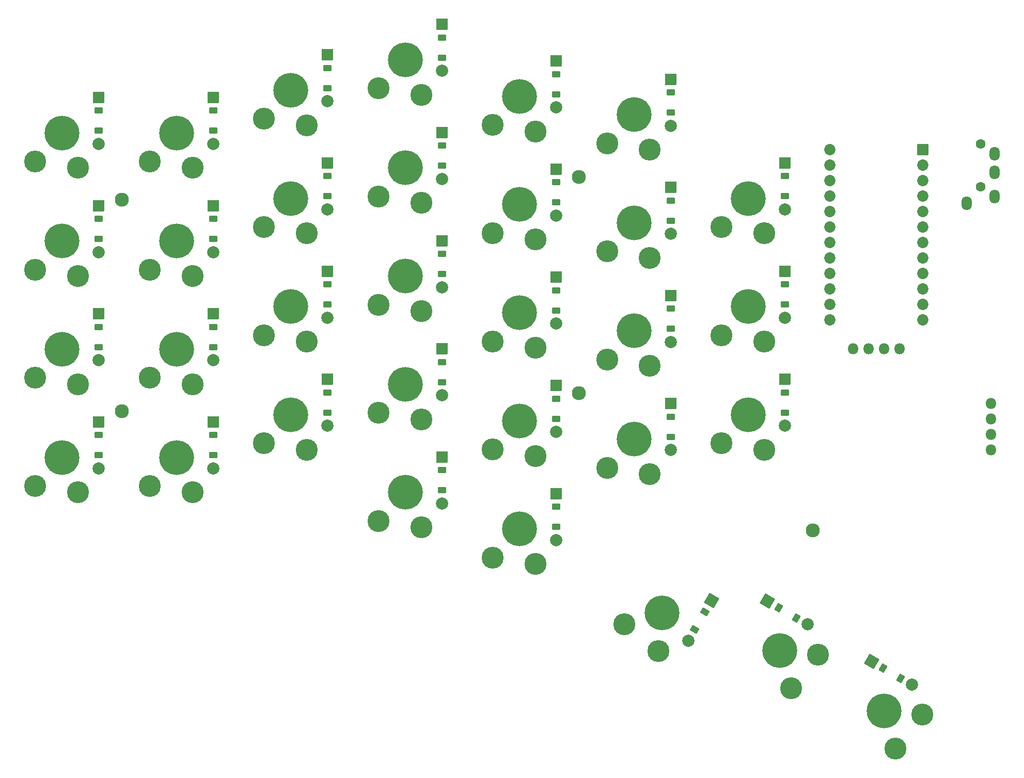
<source format=gbr>
%TF.GenerationSoftware,KiCad,Pcbnew,9.0.7*%
%TF.CreationDate,2026-01-28T22:46:33+01:00*%
%TF.ProjectId,board_left_finished,626f6172-645f-46c6-9566-745f66696e69,v1.0.0*%
%TF.SameCoordinates,Original*%
%TF.FileFunction,Soldermask,Top*%
%TF.FilePolarity,Negative*%
%FSLAX46Y46*%
G04 Gerber Fmt 4.6, Leading zero omitted, Abs format (unit mm)*
G04 Created by KiCad (PCBNEW 9.0.7) date 2026-01-28 22:46:33*
%MOMM*%
%LPD*%
G01*
G04 APERTURE LIST*
G04 Aperture macros list*
%AMRoundRect*
0 Rectangle with rounded corners*
0 $1 Rounding radius*
0 $2 $3 $4 $5 $6 $7 $8 $9 X,Y pos of 4 corners*
0 Add a 4 corners polygon primitive as box body*
4,1,4,$2,$3,$4,$5,$6,$7,$8,$9,$2,$3,0*
0 Add four circle primitives for the rounded corners*
1,1,$1+$1,$2,$3*
1,1,$1+$1,$4,$5*
1,1,$1+$1,$6,$7*
1,1,$1+$1,$8,$9*
0 Add four rect primitives between the rounded corners*
20,1,$1+$1,$2,$3,$4,$5,0*
20,1,$1+$1,$4,$5,$6,$7,0*
20,1,$1+$1,$6,$7,$8,$9,0*
20,1,$1+$1,$8,$9,$2,$3,0*%
G04 Aperture macros list end*
%ADD10RoundRect,0.050000X-0.889000X0.889000X-0.889000X-0.889000X0.889000X-0.889000X0.889000X0.889000X0*%
%ADD11RoundRect,0.050000X-0.600000X0.450000X-0.600000X-0.450000X0.600000X-0.450000X0.600000X0.450000X0*%
%ADD12C,2.005000*%
%ADD13O,1.800000X1.800000*%
%ADD14RoundRect,0.050000X-1.214397X-0.325397X0.325397X-1.214397X1.214397X0.325397X-0.325397X1.214397X0*%
%ADD15RoundRect,0.050000X-0.689711X-0.294615X0.089711X-0.744615X0.689711X0.294615X-0.089711X0.744615X0*%
%ADD16C,2.300000*%
%ADD17RoundRect,0.050000X-0.325397X1.214397X-1.214397X-0.325397X0.325397X-1.214397X1.214397X0.325397X0*%
%ADD18RoundRect,0.050000X-0.294615X0.689711X-0.744615X-0.089711X0.294615X-0.689711X0.744615X0.089711X0*%
%ADD19RoundRect,0.050000X-0.876300X0.876300X-0.876300X-0.876300X0.876300X-0.876300X0.876300X0.876300X0*%
%ADD20C,1.852600*%
%ADD21C,1.600000*%
%ADD22O,1.700000X2.300000*%
%ADD23C,5.700000*%
%ADD24C,3.600000*%
G04 APERTURE END LIST*
D10*
%TO.C,D1*%
X106000000Y-126440000D03*
D11*
X106000000Y-128600000D03*
X106000000Y-131900000D03*
D12*
X106000000Y-134060000D03*
%TD*%
D10*
%TO.C,D10*%
X143500000Y-101690000D03*
D11*
X143500000Y-103850000D03*
X143500000Y-107150000D03*
D12*
X143500000Y-109310000D03*
%TD*%
D13*
%TO.C,I2COut*%
X252300000Y-123440000D03*
X252300000Y-125980000D03*
X252300000Y-128520000D03*
X252300000Y-131060000D03*
%TD*%
D10*
%TO.C,D8*%
X124750000Y-73190000D03*
D11*
X124750000Y-75350000D03*
X124750000Y-78650000D03*
D12*
X124750000Y-80810000D03*
%TD*%
D10*
%TO.C,D2*%
X106000000Y-108690000D03*
D11*
X106000000Y-110850000D03*
X106000000Y-114150000D03*
D12*
X106000000Y-116310000D03*
%TD*%
D10*
%TO.C,D18*%
X181000000Y-138190000D03*
D11*
X181000000Y-140350000D03*
X181000000Y-143650000D03*
D12*
X181000000Y-145810000D03*
%TD*%
D14*
%TO.C,D32*%
X232736043Y-165768200D03*
D15*
X234606658Y-166848200D03*
X237464542Y-168498200D03*
D12*
X239335157Y-169578200D03*
%TD*%
D16*
%TO.C,MH2*%
X109750000Y-124700000D03*
%TD*%
D10*
%TO.C,D7*%
X124750000Y-90940000D03*
D11*
X124750000Y-93100000D03*
X124750000Y-96400000D03*
D12*
X124750000Y-98560000D03*
%TD*%
D16*
%TO.C,MH3*%
X184750000Y-121700000D03*
%TD*%
D10*
%TO.C,D28*%
X218500000Y-101690000D03*
D11*
X218500000Y-103850000D03*
X218500000Y-107150000D03*
D12*
X218500000Y-109310000D03*
%TD*%
D13*
%TO.C,DISP1*%
X229645000Y-114450000D03*
X232185000Y-114450000D03*
X234725000Y-114450000D03*
X237265000Y-114450000D03*
%TD*%
D16*
%TO.C,MH4*%
X184750000Y-86200000D03*
%TD*%
D10*
%TO.C,D13*%
X162250000Y-132190000D03*
D11*
X162250000Y-134350000D03*
X162250000Y-137650000D03*
D12*
X162250000Y-139810000D03*
%TD*%
D17*
%TO.C,D30*%
X206449200Y-155718343D03*
D18*
X205369200Y-157588958D03*
X203719200Y-160446842D03*
D12*
X202639200Y-162317457D03*
%TD*%
D19*
%TO.C,MCU1*%
X241075000Y-81780000D03*
D20*
X241075000Y-84320000D03*
X241075000Y-86860000D03*
X241075000Y-89400000D03*
X241075000Y-91940000D03*
X241075000Y-94480000D03*
X241075000Y-97020000D03*
X241075000Y-99560000D03*
X241075000Y-102100000D03*
X241075000Y-104640000D03*
X241075000Y-107180000D03*
X241075000Y-109720000D03*
X225835000Y-81780000D03*
X225835000Y-84320000D03*
X225835000Y-86860000D03*
X225835000Y-89400000D03*
X225835000Y-91940000D03*
X225835000Y-94480000D03*
X225835000Y-97020000D03*
X225835000Y-99560000D03*
X225835000Y-102100000D03*
X225835000Y-104640000D03*
X225835000Y-107180000D03*
X225835000Y-109720000D03*
%TD*%
D16*
%TO.C,MH1*%
X109750000Y-89950000D03*
%TD*%
D10*
%TO.C,D17*%
X162250000Y-61190000D03*
D11*
X162250000Y-63350000D03*
X162250000Y-66650000D03*
D12*
X162250000Y-68810000D03*
%TD*%
D10*
%TO.C,D22*%
X181000000Y-67190000D03*
D11*
X181000000Y-69350000D03*
X181000000Y-72650000D03*
D12*
X181000000Y-74810000D03*
%TD*%
D10*
%TO.C,D27*%
X218500000Y-119440000D03*
D11*
X218500000Y-121600000D03*
X218500000Y-124900000D03*
D12*
X218500000Y-127060000D03*
%TD*%
D10*
%TO.C,D5*%
X124750000Y-126440000D03*
D11*
X124750000Y-128600000D03*
X124750000Y-131900000D03*
D12*
X124750000Y-134060000D03*
%TD*%
D10*
%TO.C,D3*%
X106000000Y-90940000D03*
D11*
X106000000Y-93100000D03*
X106000000Y-96400000D03*
D12*
X106000000Y-98560000D03*
%TD*%
D16*
%TO.C,MH5*%
X223103700Y-144272100D03*
%TD*%
D10*
%TO.C,D15*%
X162250000Y-96690000D03*
D11*
X162250000Y-98850000D03*
X162250000Y-102150000D03*
D12*
X162250000Y-104310000D03*
%TD*%
D21*
%TO.C,TRRS1*%
X250600000Y-80850000D03*
X250600000Y-87850000D03*
D22*
X252900000Y-82450000D03*
X252900000Y-85450000D03*
X252900000Y-89450000D03*
X248300000Y-90550000D03*
%TD*%
D10*
%TO.C,D20*%
X181000000Y-102690000D03*
D11*
X181000000Y-104850000D03*
X181000000Y-108150000D03*
D12*
X181000000Y-110310000D03*
%TD*%
D10*
%TO.C,D16*%
X162250000Y-78940000D03*
D11*
X162250000Y-81100000D03*
X162250000Y-84400000D03*
D12*
X162250000Y-86560000D03*
%TD*%
D10*
%TO.C,D9*%
X143500000Y-119440000D03*
D11*
X143500000Y-121600000D03*
X143500000Y-124900000D03*
D12*
X143500000Y-127060000D03*
%TD*%
D10*
%TO.C,D4*%
X106000000Y-73190000D03*
D11*
X106000000Y-75350000D03*
X106000000Y-78650000D03*
D12*
X106000000Y-80810000D03*
%TD*%
D10*
%TO.C,D19*%
X181000000Y-120440000D03*
D11*
X181000000Y-122600000D03*
X181000000Y-125900000D03*
D12*
X181000000Y-128060000D03*
%TD*%
D10*
%TO.C,D11*%
X143500000Y-83940000D03*
D11*
X143500000Y-86100000D03*
X143500000Y-89400000D03*
D12*
X143500000Y-91560000D03*
%TD*%
D10*
%TO.C,D21*%
X181000000Y-84940000D03*
D11*
X181000000Y-87100000D03*
X181000000Y-90400000D03*
D12*
X181000000Y-92560000D03*
%TD*%
D10*
%TO.C,D29*%
X218500000Y-83940000D03*
D11*
X218500000Y-86100000D03*
X218500000Y-89400000D03*
D12*
X218500000Y-91560000D03*
%TD*%
D10*
%TO.C,D24*%
X199750000Y-105690000D03*
D11*
X199750000Y-107850000D03*
X199750000Y-111150000D03*
D12*
X199750000Y-113310000D03*
%TD*%
D10*
%TO.C,D6*%
X124750000Y-108690000D03*
D11*
X124750000Y-110850000D03*
X124750000Y-114150000D03*
D12*
X124750000Y-116310000D03*
%TD*%
D10*
%TO.C,D26*%
X199750000Y-70190000D03*
D11*
X199750000Y-72350000D03*
X199750000Y-75650000D03*
D12*
X199750000Y-77810000D03*
%TD*%
D10*
%TO.C,D23*%
X199750000Y-123440000D03*
D11*
X199750000Y-125600000D03*
X199750000Y-128900000D03*
D12*
X199750000Y-131060000D03*
%TD*%
D10*
%TO.C,D25*%
X199750000Y-87940000D03*
D11*
X199750000Y-90100000D03*
X199750000Y-93400000D03*
D12*
X199750000Y-95560000D03*
%TD*%
D10*
%TO.C,D12*%
X143500000Y-66190000D03*
D11*
X143500000Y-68350000D03*
X143500000Y-71650000D03*
D12*
X143500000Y-73810000D03*
%TD*%
D14*
%TO.C,D31*%
X215588743Y-155868200D03*
D15*
X217459358Y-156948200D03*
X220317242Y-158598200D03*
D12*
X222187857Y-159678200D03*
%TD*%
D10*
%TO.C,D14*%
X162250000Y-114440000D03*
D11*
X162250000Y-116600000D03*
X162250000Y-119900000D03*
D12*
X162250000Y-122060000D03*
%TD*%
D23*
%TO.C,S29*%
X212500000Y-89750000D03*
D24*
X208100000Y-94450000D03*
X215100000Y-95500000D03*
%TD*%
D23*
%TO.C,S18*%
X175000000Y-144000000D03*
D24*
X170600000Y-148700000D03*
X177600000Y-149750000D03*
%TD*%
D23*
%TO.C,S31*%
X217620400Y-163969400D03*
D24*
X219490719Y-170129912D03*
X223900046Y-164592734D03*
%TD*%
D23*
%TO.C,S4*%
X100000000Y-79000000D03*
D24*
X95600000Y-83700000D03*
X102600000Y-84750000D03*
%TD*%
D23*
%TO.C,S9*%
X137500000Y-125250000D03*
D24*
X133100000Y-129950000D03*
X140100000Y-131000000D03*
%TD*%
D23*
%TO.C,S22*%
X175000000Y-73000000D03*
D24*
X170600000Y-77700000D03*
X177600000Y-78750000D03*
%TD*%
D23*
%TO.C,S10*%
X137500000Y-107500000D03*
D24*
X133100000Y-112200000D03*
X140100000Y-113250000D03*
%TD*%
D23*
%TO.C,S24*%
X193750000Y-111500000D03*
D24*
X189350000Y-116200000D03*
X196350000Y-117250000D03*
%TD*%
D23*
%TO.C,S20*%
X175000000Y-108500000D03*
D24*
X170600000Y-113200000D03*
X177600000Y-114250000D03*
%TD*%
D23*
%TO.C,S7*%
X118750000Y-96750000D03*
D24*
X114350000Y-101450000D03*
X121350000Y-102500000D03*
%TD*%
D23*
%TO.C,S8*%
X118750000Y-79000000D03*
D24*
X114350000Y-83700000D03*
X121350000Y-84750000D03*
%TD*%
D23*
%TO.C,S25*%
X193750000Y-93750000D03*
D24*
X189350000Y-98450000D03*
X196350000Y-99500000D03*
%TD*%
D23*
%TO.C,S26*%
X193750000Y-76000000D03*
D24*
X189350000Y-80700000D03*
X196350000Y-81750000D03*
%TD*%
D23*
%TO.C,S15*%
X156250000Y-102500000D03*
D24*
X151850000Y-107200000D03*
X158850000Y-108250000D03*
%TD*%
D23*
%TO.C,S12*%
X137500000Y-72000000D03*
D24*
X133100000Y-76700000D03*
X140100000Y-77750000D03*
%TD*%
D23*
%TO.C,S21*%
X175000000Y-90750000D03*
D24*
X170600000Y-95450000D03*
X177600000Y-96500000D03*
%TD*%
D23*
%TO.C,S28*%
X212500000Y-107500000D03*
D24*
X208100000Y-112200000D03*
X215100000Y-113250000D03*
%TD*%
D23*
%TO.C,S17*%
X156250000Y-67000000D03*
D24*
X151850000Y-71700000D03*
X158850000Y-72750000D03*
%TD*%
D23*
%TO.C,S1*%
X100000000Y-132250000D03*
D24*
X95600000Y-136950000D03*
X102600000Y-138000000D03*
%TD*%
D23*
%TO.C,S14*%
X156250000Y-120250000D03*
D24*
X151850000Y-124950000D03*
X158850000Y-126000000D03*
%TD*%
D23*
%TO.C,S19*%
X175000000Y-126250000D03*
D24*
X170600000Y-130950000D03*
X177600000Y-132000000D03*
%TD*%
D23*
%TO.C,S5*%
X118750000Y-132250000D03*
D24*
X114350000Y-136950000D03*
X121350000Y-138000000D03*
%TD*%
D23*
%TO.C,S11*%
X137500000Y-89750000D03*
D24*
X133100000Y-94450000D03*
X140100000Y-95500000D03*
%TD*%
D23*
%TO.C,S13*%
X156250000Y-138000000D03*
D24*
X151850000Y-142700000D03*
X158850000Y-143750000D03*
%TD*%
D23*
%TO.C,S3*%
X100000000Y-96750000D03*
D24*
X95600000Y-101450000D03*
X102600000Y-102500000D03*
%TD*%
D23*
%TO.C,S6*%
X118750000Y-114500000D03*
D24*
X114350000Y-119200000D03*
X121350000Y-120250000D03*
%TD*%
D23*
%TO.C,S27*%
X212500000Y-125250000D03*
D24*
X208100000Y-129950000D03*
X215100000Y-131000000D03*
%TD*%
D23*
%TO.C,S32*%
X234767700Y-173869400D03*
D24*
X236638019Y-180029912D03*
X241047346Y-174492734D03*
%TD*%
D23*
%TO.C,S2*%
X100000000Y-114500000D03*
D24*
X95600000Y-119200000D03*
X102600000Y-120250000D03*
%TD*%
D23*
%TO.C,S30*%
X198348100Y-157750000D03*
D24*
X192187588Y-159620319D03*
X197724766Y-164029646D03*
%TD*%
D23*
%TO.C,S16*%
X156250000Y-84750000D03*
D24*
X151850000Y-89450000D03*
X158850000Y-90500000D03*
%TD*%
D23*
%TO.C,S23*%
X193750000Y-129250000D03*
D24*
X189350000Y-133950000D03*
X196350000Y-135000000D03*
%TD*%
M02*

</source>
